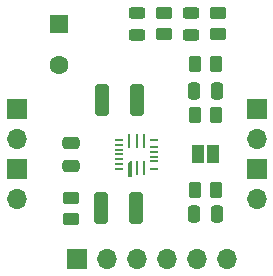
<source format=gbr>
%TF.GenerationSoftware,KiCad,Pcbnew,(7.0.0-rc1-145-gbd6d0b6cb6)*%
%TF.CreationDate,2023-03-28T23:28:49+02:00*%
%TF.ProjectId,2HBR_MINIMAL,32484252-5f4d-4494-9e49-4d414c2e6b69,rev?*%
%TF.SameCoordinates,Original*%
%TF.FileFunction,Soldermask,Top*%
%TF.FilePolarity,Negative*%
%FSLAX46Y46*%
G04 Gerber Fmt 4.6, Leading zero omitted, Abs format (unit mm)*
G04 Created by KiCad (PCBNEW (7.0.0-rc1-145-gbd6d0b6cb6)) date 2023-03-28 23:28:49*
%MOMM*%
%LPD*%
G01*
G04 APERTURE LIST*
G04 Aperture macros list*
%AMRoundRect*
0 Rectangle with rounded corners*
0 $1 Rounding radius*
0 $2 $3 $4 $5 $6 $7 $8 $9 X,Y pos of 4 corners*
0 Add a 4 corners polygon primitive as box body*
4,1,4,$2,$3,$4,$5,$6,$7,$8,$9,$2,$3,0*
0 Add four circle primitives for the rounded corners*
1,1,$1+$1,$2,$3*
1,1,$1+$1,$4,$5*
1,1,$1+$1,$6,$7*
1,1,$1+$1,$8,$9*
0 Add four rect primitives between the rounded corners*
20,1,$1+$1,$2,$3,$4,$5,0*
20,1,$1+$1,$4,$5,$6,$7,0*
20,1,$1+$1,$6,$7,$8,$9,0*
20,1,$1+$1,$8,$9,$2,$3,0*%
G04 Aperture macros list end*
%ADD10C,0.100000*%
%ADD11RoundRect,0.250000X-0.250000X-0.475000X0.250000X-0.475000X0.250000X0.475000X-0.250000X0.475000X0*%
%ADD12R,1.000000X1.500000*%
%ADD13R,1.700000X1.700000*%
%ADD14O,1.700000X1.700000*%
%ADD15RoundRect,0.250000X0.450000X-0.262500X0.450000X0.262500X-0.450000X0.262500X-0.450000X-0.262500X0*%
%ADD16R,0.220000X0.220000*%
%ADD17R,0.200000X1.300000*%
%ADD18R,0.700000X0.200000*%
%ADD19RoundRect,0.250000X-0.450000X0.262500X-0.450000X-0.262500X0.450000X-0.262500X0.450000X0.262500X0*%
%ADD20RoundRect,0.250000X0.262500X0.450000X-0.262500X0.450000X-0.262500X-0.450000X0.262500X-0.450000X0*%
%ADD21RoundRect,0.250000X0.325000X1.100000X-0.325000X1.100000X-0.325000X-1.100000X0.325000X-1.100000X0*%
%ADD22RoundRect,0.250000X0.475000X-0.250000X0.475000X0.250000X-0.475000X0.250000X-0.475000X-0.250000X0*%
%ADD23RoundRect,0.250000X-0.262500X-0.450000X0.262500X-0.450000X0.262500X0.450000X-0.262500X0.450000X0*%
%ADD24RoundRect,0.243750X0.456250X-0.243750X0.456250X0.243750X-0.456250X0.243750X-0.456250X-0.243750X0*%
%ADD25R,1.600000X1.600000*%
%ADD26C,1.600000*%
%ADD27RoundRect,0.250000X0.250000X0.475000X-0.250000X0.475000X-0.250000X-0.475000X0.250000X-0.475000X0*%
G04 APERTURE END LIST*
%TO.C,U1*%
G36*
X134120001Y-112290000D02*
G01*
X133920001Y-112290000D01*
X133920001Y-111240000D01*
X134070001Y-111090000D01*
X134120001Y-111090000D01*
X134120001Y-112290000D01*
G37*
D10*
X134120001Y-112290000D02*
X133920001Y-112290000D01*
X133920001Y-111240000D01*
X134070001Y-111090000D01*
X134120001Y-111090000D01*
X134120001Y-112290000D01*
%TD*%
D11*
%TO.C,C1*%
X139512000Y-115570000D03*
X141412000Y-115570000D03*
%TD*%
D12*
%TO.C,JP1*%
X139811999Y-110489999D03*
X141111999Y-110489999D03*
%TD*%
D13*
%TO.C,J4*%
X124459999Y-106679999D03*
D14*
X124459999Y-109219999D03*
%TD*%
D15*
%TO.C,R10*%
X141478000Y-100330000D03*
X141478000Y-98505000D03*
%TD*%
D16*
%TO.C,U1*%
X134020000Y-111639999D03*
D17*
X134619999Y-111639999D03*
X135219998Y-111639999D03*
D18*
X136069999Y-111689999D03*
X136069999Y-111090000D03*
X136069999Y-110689998D03*
X136069999Y-110289999D03*
X136069999Y-109890000D03*
X136069999Y-109289998D03*
D17*
X135219998Y-109339999D03*
X134619999Y-109339999D03*
X134020000Y-109339999D03*
D18*
X133169999Y-109289999D03*
X133169999Y-109689998D03*
X133169999Y-110090000D03*
X133169999Y-110489999D03*
X133169999Y-110889998D03*
X133169999Y-111290000D03*
X133169999Y-111689999D03*
%TD*%
D19*
%TO.C,R13*%
X129032000Y-114149500D03*
X129032000Y-115974500D03*
%TD*%
D15*
%TO.C,R9*%
X136906000Y-100330000D03*
X136906000Y-98505000D03*
%TD*%
D20*
%TO.C,R5*%
X141374500Y-102870000D03*
X139549500Y-102870000D03*
%TD*%
D21*
%TO.C,C10*%
X134620000Y-105918000D03*
X131670000Y-105918000D03*
%TD*%
D22*
%TO.C,C5*%
X129032000Y-111450000D03*
X129032000Y-109550000D03*
%TD*%
D20*
%TO.C,R3*%
X141374500Y-107188000D03*
X139549500Y-107188000D03*
%TD*%
D21*
%TO.C,C7*%
X134571000Y-115062000D03*
X131621000Y-115062000D03*
%TD*%
D13*
%TO.C,J5*%
X124459999Y-111759999D03*
D14*
X124459999Y-114299999D03*
%TD*%
D13*
%TO.C,J6*%
X144779999Y-111759999D03*
D14*
X144779999Y-114299999D03*
%TD*%
D23*
%TO.C,R1*%
X139549500Y-113538000D03*
X141374500Y-113538000D03*
%TD*%
D24*
%TO.C,D2*%
X139192000Y-100355000D03*
X139192000Y-98480000D03*
%TD*%
D25*
%TO.C,C8*%
X128015999Y-99439348D03*
D26*
X128016000Y-102939349D03*
%TD*%
D13*
%TO.C,J3*%
X129539999Y-119379999D03*
D14*
X132079999Y-119379999D03*
X134619999Y-119379999D03*
X137159999Y-119379999D03*
X139699999Y-119379999D03*
X142239999Y-119379999D03*
%TD*%
D27*
%TO.C,C3*%
X141412000Y-105156000D03*
X139512000Y-105156000D03*
%TD*%
D24*
%TO.C,D4*%
X134620000Y-100355000D03*
X134620000Y-98480000D03*
%TD*%
D13*
%TO.C,J2*%
X144779999Y-106679999D03*
D14*
X144779999Y-109219999D03*
%TD*%
M02*

</source>
